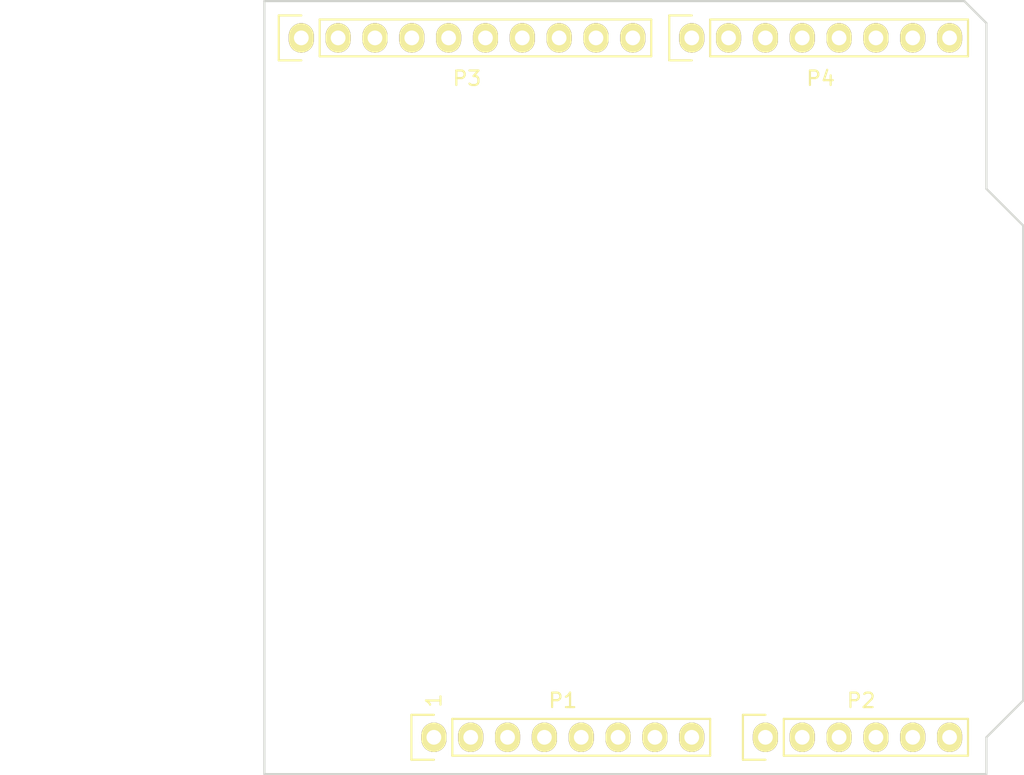
<source format=kicad_pcb>
(kicad_pcb (version 20171130) (host pcbnew "(5.1.5)-3")

  (general
    (thickness 1.6)
    (drawings 18)
    (tracks 0)
    (zones 0)
    (modules 4)
    (nets 29)
  )

  (page A4)
  (title_block
    (date "lun. 30 mars 2015")
  )

  (layers
    (0 F.Cu signal)
    (31 B.Cu signal)
    (32 B.Adhes user)
    (33 F.Adhes user)
    (34 B.Paste user)
    (35 F.Paste user)
    (36 B.SilkS user)
    (37 F.SilkS user)
    (38 B.Mask user)
    (39 F.Mask user)
    (40 Dwgs.User user)
    (41 Cmts.User user)
    (42 Eco1.User user)
    (43 Eco2.User user)
    (44 Edge.Cuts user)
    (45 Margin user)
    (46 B.CrtYd user)
    (47 F.CrtYd user)
    (48 B.Fab user)
    (49 F.Fab user)
  )

  (setup
    (last_trace_width 0.25)
    (trace_clearance 0.2)
    (zone_clearance 0.508)
    (zone_45_only no)
    (trace_min 0.2)
    (via_size 0.6)
    (via_drill 0.4)
    (via_min_size 0.4)
    (via_min_drill 0.3)
    (uvia_size 0.3)
    (uvia_drill 0.1)
    (uvias_allowed no)
    (uvia_min_size 0.2)
    (uvia_min_drill 0.1)
    (edge_width 0.15)
    (segment_width 0.15)
    (pcb_text_width 0.3)
    (pcb_text_size 1.5 1.5)
    (mod_edge_width 0.15)
    (mod_text_size 1 1)
    (mod_text_width 0.15)
    (pad_size 4.064 4.064)
    (pad_drill 3.048)
    (pad_to_mask_clearance 0)
    (aux_axis_origin 110.998 126.365)
    (grid_origin 110.998 126.365)
    (visible_elements 7FFFFFFF)
    (pcbplotparams
      (layerselection 0x00030_80000001)
      (usegerberextensions false)
      (usegerberattributes false)
      (usegerberadvancedattributes false)
      (creategerberjobfile false)
      (excludeedgelayer true)
      (linewidth 0.100000)
      (plotframeref false)
      (viasonmask false)
      (mode 1)
      (useauxorigin false)
      (hpglpennumber 1)
      (hpglpenspeed 20)
      (hpglpendiameter 15.000000)
      (psnegative false)
      (psa4output false)
      (plotreference true)
      (plotvalue true)
      (plotinvisibletext false)
      (padsonsilk false)
      (subtractmaskfromsilk false)
      (outputformat 1)
      (mirror false)
      (drillshape 1)
      (scaleselection 1)
      (outputdirectory ""))
  )

  (net 0 "")
  (net 1 /IOREF)
  (net 2 /Reset)
  (net 3 +5V)
  (net 4 GND)
  (net 5 /Vin)
  (net 6 /A0)
  (net 7 /A1)
  (net 8 /A2)
  (net 9 /A3)
  (net 10 /AREF)
  (net 11 "/A4(SDA)")
  (net 12 "/A5(SCL)")
  (net 13 "/9(**)")
  (net 14 /8)
  (net 15 /7)
  (net 16 "/6(**)")
  (net 17 "/5(**)")
  (net 18 /4)
  (net 19 "/3(**)")
  (net 20 /2)
  (net 21 "/1(Tx)")
  (net 22 "/0(Rx)")
  (net 23 "/13(SCK)")
  (net 24 "/10(**/SS)")
  (net 25 "Net-(P1-Pad1)")
  (net 26 +3V3)
  (net 27 "/12(MISO)")
  (net 28 "/11(**/MOSI)")

  (net_class Default "This is the default net class."
    (clearance 0.2)
    (trace_width 0.25)
    (via_dia 0.6)
    (via_drill 0.4)
    (uvia_dia 0.3)
    (uvia_drill 0.1)
    (add_net +3V3)
    (add_net +5V)
    (add_net "/0(Rx)")
    (add_net "/1(Tx)")
    (add_net "/10(**/SS)")
    (add_net "/11(**/MOSI)")
    (add_net "/12(MISO)")
    (add_net "/13(SCK)")
    (add_net /2)
    (add_net "/3(**)")
    (add_net /4)
    (add_net "/5(**)")
    (add_net "/6(**)")
    (add_net /7)
    (add_net /8)
    (add_net "/9(**)")
    (add_net /A0)
    (add_net /A1)
    (add_net /A2)
    (add_net /A3)
    (add_net "/A4(SDA)")
    (add_net "/A5(SCL)")
    (add_net /AREF)
    (add_net /IOREF)
    (add_net /Reset)
    (add_net /Vin)
    (add_net GND)
    (add_net "Net-(P1-Pad1)")
  )

  (module Socket_Arduino_Uno:Socket_Strip_Arduino_1x08 locked (layer F.Cu) (tedit 552168D2) (tstamp 551AF9EA)
    (at 138.938 123.825)
    (descr "Through hole socket strip")
    (tags "socket strip")
    (path /56D70129)
    (fp_text reference P1 (at 8.89 -2.54) (layer F.SilkS)
      (effects (font (size 1 1) (thickness 0.15)))
    )
    (fp_text value Power (at 8.89 -4.064) (layer F.Fab)
      (effects (font (size 1 1) (thickness 0.15)))
    )
    (fp_line (start -1.75 -1.75) (end -1.75 1.75) (layer F.CrtYd) (width 0.05))
    (fp_line (start 19.55 -1.75) (end 19.55 1.75) (layer F.CrtYd) (width 0.05))
    (fp_line (start -1.75 -1.75) (end 19.55 -1.75) (layer F.CrtYd) (width 0.05))
    (fp_line (start -1.75 1.75) (end 19.55 1.75) (layer F.CrtYd) (width 0.05))
    (fp_line (start 1.27 1.27) (end 19.05 1.27) (layer F.SilkS) (width 0.15))
    (fp_line (start 19.05 1.27) (end 19.05 -1.27) (layer F.SilkS) (width 0.15))
    (fp_line (start 19.05 -1.27) (end 1.27 -1.27) (layer F.SilkS) (width 0.15))
    (fp_line (start -1.55 1.55) (end 0 1.55) (layer F.SilkS) (width 0.15))
    (fp_line (start 1.27 1.27) (end 1.27 -1.27) (layer F.SilkS) (width 0.15))
    (fp_line (start 0 -1.55) (end -1.55 -1.55) (layer F.SilkS) (width 0.15))
    (fp_line (start -1.55 -1.55) (end -1.55 1.55) (layer F.SilkS) (width 0.15))
    (pad 1 thru_hole oval (at 0 0) (size 1.7272 2.032) (drill 1.016) (layers *.Cu *.Mask F.SilkS)
      (net 25 "Net-(P1-Pad1)"))
    (pad 2 thru_hole oval (at 2.54 0) (size 1.7272 2.032) (drill 1.016) (layers *.Cu *.Mask F.SilkS)
      (net 1 /IOREF))
    (pad 3 thru_hole oval (at 5.08 0) (size 1.7272 2.032) (drill 1.016) (layers *.Cu *.Mask F.SilkS)
      (net 2 /Reset))
    (pad 4 thru_hole oval (at 7.62 0) (size 1.7272 2.032) (drill 1.016) (layers *.Cu *.Mask F.SilkS)
      (net 26 +3V3))
    (pad 5 thru_hole oval (at 10.16 0) (size 1.7272 2.032) (drill 1.016) (layers *.Cu *.Mask F.SilkS)
      (net 3 +5V))
    (pad 6 thru_hole oval (at 12.7 0) (size 1.7272 2.032) (drill 1.016) (layers *.Cu *.Mask F.SilkS)
      (net 4 GND))
    (pad 7 thru_hole oval (at 15.24 0) (size 1.7272 2.032) (drill 1.016) (layers *.Cu *.Mask F.SilkS)
      (net 4 GND))
    (pad 8 thru_hole oval (at 17.78 0) (size 1.7272 2.032) (drill 1.016) (layers *.Cu *.Mask F.SilkS)
      (net 5 /Vin))
    (model ${KIPRJMOD}/Socket_Arduino_Uno.3dshapes/Socket_header_Arduino_1x08.wrl
      (offset (xyz 8.889999866485596 0 0))
      (scale (xyz 1 1 1))
      (rotate (xyz 0 0 180))
    )
  )

  (module Socket_Arduino_Uno:Socket_Strip_Arduino_1x06 locked (layer F.Cu) (tedit 552168D6) (tstamp 551AF9FF)
    (at 161.798 123.825)
    (descr "Through hole socket strip")
    (tags "socket strip")
    (path /56D70DD8)
    (fp_text reference P2 (at 6.604 -2.54) (layer F.SilkS)
      (effects (font (size 1 1) (thickness 0.15)))
    )
    (fp_text value Analog (at 6.604 -4.064) (layer F.Fab)
      (effects (font (size 1 1) (thickness 0.15)))
    )
    (fp_line (start -1.75 -1.75) (end -1.75 1.75) (layer F.CrtYd) (width 0.05))
    (fp_line (start 14.45 -1.75) (end 14.45 1.75) (layer F.CrtYd) (width 0.05))
    (fp_line (start -1.75 -1.75) (end 14.45 -1.75) (layer F.CrtYd) (width 0.05))
    (fp_line (start -1.75 1.75) (end 14.45 1.75) (layer F.CrtYd) (width 0.05))
    (fp_line (start 1.27 1.27) (end 13.97 1.27) (layer F.SilkS) (width 0.15))
    (fp_line (start 13.97 1.27) (end 13.97 -1.27) (layer F.SilkS) (width 0.15))
    (fp_line (start 13.97 -1.27) (end 1.27 -1.27) (layer F.SilkS) (width 0.15))
    (fp_line (start -1.55 1.55) (end 0 1.55) (layer F.SilkS) (width 0.15))
    (fp_line (start 1.27 1.27) (end 1.27 -1.27) (layer F.SilkS) (width 0.15))
    (fp_line (start 0 -1.55) (end -1.55 -1.55) (layer F.SilkS) (width 0.15))
    (fp_line (start -1.55 -1.55) (end -1.55 1.55) (layer F.SilkS) (width 0.15))
    (pad 1 thru_hole oval (at 0 0) (size 1.7272 2.032) (drill 1.016) (layers *.Cu *.Mask F.SilkS)
      (net 6 /A0))
    (pad 2 thru_hole oval (at 2.54 0) (size 1.7272 2.032) (drill 1.016) (layers *.Cu *.Mask F.SilkS)
      (net 7 /A1))
    (pad 3 thru_hole oval (at 5.08 0) (size 1.7272 2.032) (drill 1.016) (layers *.Cu *.Mask F.SilkS)
      (net 8 /A2))
    (pad 4 thru_hole oval (at 7.62 0) (size 1.7272 2.032) (drill 1.016) (layers *.Cu *.Mask F.SilkS)
      (net 9 /A3))
    (pad 5 thru_hole oval (at 10.16 0) (size 1.7272 2.032) (drill 1.016) (layers *.Cu *.Mask F.SilkS)
      (net 11 "/A4(SDA)"))
    (pad 6 thru_hole oval (at 12.7 0) (size 1.7272 2.032) (drill 1.016) (layers *.Cu *.Mask F.SilkS)
      (net 12 "/A5(SCL)"))
    (model ${KIPRJMOD}/Socket_Arduino_Uno.3dshapes/Socket_header_Arduino_1x06.wrl
      (offset (xyz 6.349999904632568 0 0))
      (scale (xyz 1 1 1))
      (rotate (xyz 0 0 180))
    )
  )

  (module Socket_Arduino_Uno:Socket_Strip_Arduino_1x10 locked (layer F.Cu) (tedit 552168BF) (tstamp 551AFA18)
    (at 129.794 75.565)
    (descr "Through hole socket strip")
    (tags "socket strip")
    (path /56D721E0)
    (fp_text reference P3 (at 11.43 2.794) (layer F.SilkS)
      (effects (font (size 1 1) (thickness 0.15)))
    )
    (fp_text value Digital (at 11.43 4.318) (layer F.Fab)
      (effects (font (size 1 1) (thickness 0.15)))
    )
    (fp_line (start -1.75 -1.75) (end -1.75 1.75) (layer F.CrtYd) (width 0.05))
    (fp_line (start 24.65 -1.75) (end 24.65 1.75) (layer F.CrtYd) (width 0.05))
    (fp_line (start -1.75 -1.75) (end 24.65 -1.75) (layer F.CrtYd) (width 0.05))
    (fp_line (start -1.75 1.75) (end 24.65 1.75) (layer F.CrtYd) (width 0.05))
    (fp_line (start 1.27 1.27) (end 24.13 1.27) (layer F.SilkS) (width 0.15))
    (fp_line (start 24.13 1.27) (end 24.13 -1.27) (layer F.SilkS) (width 0.15))
    (fp_line (start 24.13 -1.27) (end 1.27 -1.27) (layer F.SilkS) (width 0.15))
    (fp_line (start -1.55 1.55) (end 0 1.55) (layer F.SilkS) (width 0.15))
    (fp_line (start 1.27 1.27) (end 1.27 -1.27) (layer F.SilkS) (width 0.15))
    (fp_line (start 0 -1.55) (end -1.55 -1.55) (layer F.SilkS) (width 0.15))
    (fp_line (start -1.55 -1.55) (end -1.55 1.55) (layer F.SilkS) (width 0.15))
    (pad 1 thru_hole oval (at 0 0) (size 1.7272 2.032) (drill 1.016) (layers *.Cu *.Mask F.SilkS)
      (net 12 "/A5(SCL)"))
    (pad 2 thru_hole oval (at 2.54 0) (size 1.7272 2.032) (drill 1.016) (layers *.Cu *.Mask F.SilkS)
      (net 11 "/A4(SDA)"))
    (pad 3 thru_hole oval (at 5.08 0) (size 1.7272 2.032) (drill 1.016) (layers *.Cu *.Mask F.SilkS)
      (net 10 /AREF))
    (pad 4 thru_hole oval (at 7.62 0) (size 1.7272 2.032) (drill 1.016) (layers *.Cu *.Mask F.SilkS)
      (net 4 GND))
    (pad 5 thru_hole oval (at 10.16 0) (size 1.7272 2.032) (drill 1.016) (layers *.Cu *.Mask F.SilkS)
      (net 23 "/13(SCK)"))
    (pad 6 thru_hole oval (at 12.7 0) (size 1.7272 2.032) (drill 1.016) (layers *.Cu *.Mask F.SilkS)
      (net 27 "/12(MISO)"))
    (pad 7 thru_hole oval (at 15.24 0) (size 1.7272 2.032) (drill 1.016) (layers *.Cu *.Mask F.SilkS)
      (net 28 "/11(**/MOSI)"))
    (pad 8 thru_hole oval (at 17.78 0) (size 1.7272 2.032) (drill 1.016) (layers *.Cu *.Mask F.SilkS)
      (net 24 "/10(**/SS)"))
    (pad 9 thru_hole oval (at 20.32 0) (size 1.7272 2.032) (drill 1.016) (layers *.Cu *.Mask F.SilkS)
      (net 13 "/9(**)"))
    (pad 10 thru_hole oval (at 22.86 0) (size 1.7272 2.032) (drill 1.016) (layers *.Cu *.Mask F.SilkS)
      (net 14 /8))
    (model ${KIPRJMOD}/Socket_Arduino_Uno.3dshapes/Socket_header_Arduino_1x10.wrl
      (offset (xyz 11.42999982833862 0 0))
      (scale (xyz 1 1 1))
      (rotate (xyz 0 0 180))
    )
  )

  (module Socket_Arduino_Uno:Socket_Strip_Arduino_1x08 locked (layer F.Cu) (tedit 552168C7) (tstamp 551AFA2F)
    (at 156.718 75.565)
    (descr "Through hole socket strip")
    (tags "socket strip")
    (path /56D7164F)
    (fp_text reference P4 (at 8.89 2.794) (layer F.SilkS)
      (effects (font (size 1 1) (thickness 0.15)))
    )
    (fp_text value Digital (at 8.89 4.318) (layer F.Fab)
      (effects (font (size 1 1) (thickness 0.15)))
    )
    (fp_line (start -1.75 -1.75) (end -1.75 1.75) (layer F.CrtYd) (width 0.05))
    (fp_line (start 19.55 -1.75) (end 19.55 1.75) (layer F.CrtYd) (width 0.05))
    (fp_line (start -1.75 -1.75) (end 19.55 -1.75) (layer F.CrtYd) (width 0.05))
    (fp_line (start -1.75 1.75) (end 19.55 1.75) (layer F.CrtYd) (width 0.05))
    (fp_line (start 1.27 1.27) (end 19.05 1.27) (layer F.SilkS) (width 0.15))
    (fp_line (start 19.05 1.27) (end 19.05 -1.27) (layer F.SilkS) (width 0.15))
    (fp_line (start 19.05 -1.27) (end 1.27 -1.27) (layer F.SilkS) (width 0.15))
    (fp_line (start -1.55 1.55) (end 0 1.55) (layer F.SilkS) (width 0.15))
    (fp_line (start 1.27 1.27) (end 1.27 -1.27) (layer F.SilkS) (width 0.15))
    (fp_line (start 0 -1.55) (end -1.55 -1.55) (layer F.SilkS) (width 0.15))
    (fp_line (start -1.55 -1.55) (end -1.55 1.55) (layer F.SilkS) (width 0.15))
    (pad 1 thru_hole oval (at 0 0) (size 1.7272 2.032) (drill 1.016) (layers *.Cu *.Mask F.SilkS)
      (net 15 /7))
    (pad 2 thru_hole oval (at 2.54 0) (size 1.7272 2.032) (drill 1.016) (layers *.Cu *.Mask F.SilkS)
      (net 16 "/6(**)"))
    (pad 3 thru_hole oval (at 5.08 0) (size 1.7272 2.032) (drill 1.016) (layers *.Cu *.Mask F.SilkS)
      (net 17 "/5(**)"))
    (pad 4 thru_hole oval (at 7.62 0) (size 1.7272 2.032) (drill 1.016) (layers *.Cu *.Mask F.SilkS)
      (net 18 /4))
    (pad 5 thru_hole oval (at 10.16 0) (size 1.7272 2.032) (drill 1.016) (layers *.Cu *.Mask F.SilkS)
      (net 19 "/3(**)"))
    (pad 6 thru_hole oval (at 12.7 0) (size 1.7272 2.032) (drill 1.016) (layers *.Cu *.Mask F.SilkS)
      (net 20 /2))
    (pad 7 thru_hole oval (at 15.24 0) (size 1.7272 2.032) (drill 1.016) (layers *.Cu *.Mask F.SilkS)
      (net 21 "/1(Tx)"))
    (pad 8 thru_hole oval (at 17.78 0) (size 1.7272 2.032) (drill 1.016) (layers *.Cu *.Mask F.SilkS)
      (net 22 "/0(Rx)"))
    (model ${KIPRJMOD}/Socket_Arduino_Uno.3dshapes/Socket_header_Arduino_1x08.wrl
      (offset (xyz 8.889999866485596 0 0))
      (scale (xyz 1 1 1))
      (rotate (xyz 0 0 180))
    )
  )

  (gr_line (start 173.355 94.615) (end 178.435 94.615) (angle 90) (layer Dwgs.User) (width 0.15))
  (gr_line (start 127.248 126.365) (end 177.038 126.365) (layer Edge.Cuts) (width 0.15) (tstamp 601C746D))
  (gr_line (start 175.514 73.025) (end 127.248 73.025) (layer Edge.Cuts) (width 0.15) (tstamp 601C746B))
  (gr_line (start 127.248 73.025) (end 127.248 126.365) (angle 90) (layer Edge.Cuts) (width 0.15))
  (gr_text 1 (at 138.938 121.285 90) (layer F.SilkS)
    (effects (font (size 1 1) (thickness 0.15)))
  )
  (gr_line (start 177.038 74.549) (end 175.514 73.025) (angle 90) (layer Edge.Cuts) (width 0.15))
  (gr_line (start 177.038 85.979) (end 177.038 74.549) (angle 90) (layer Edge.Cuts) (width 0.15))
  (gr_line (start 179.578 88.519) (end 177.038 85.979) (angle 90) (layer Edge.Cuts) (width 0.15))
  (gr_line (start 179.578 121.285) (end 179.578 88.519) (angle 90) (layer Edge.Cuts) (width 0.15))
  (gr_line (start 177.038 123.825) (end 179.578 121.285) (angle 90) (layer Edge.Cuts) (width 0.15))
  (gr_line (start 177.038 126.365) (end 177.038 123.825) (angle 90) (layer Edge.Cuts) (width 0.15))
  (gr_line (start 173.355 102.235) (end 173.355 94.615) (angle 90) (layer Dwgs.User) (width 0.15))
  (gr_line (start 178.435 102.235) (end 173.355 102.235) (angle 90) (layer Dwgs.User) (width 0.15))
  (gr_line (start 178.435 94.615) (end 178.435 102.235) (angle 90) (layer Dwgs.User) (width 0.15))
  (gr_line (start 109.093 123.19) (end 109.093 114.3) (angle 90) (layer Dwgs.User) (width 0.15))
  (gr_line (start 122.428 123.19) (end 109.093 123.19) (angle 90) (layer Dwgs.User) (width 0.15))
  (gr_line (start 122.428 114.3) (end 122.428 123.19) (angle 90) (layer Dwgs.User) (width 0.15))
  (gr_line (start 109.093 114.3) (end 122.428 114.3) (angle 90) (layer Dwgs.User) (width 0.15))

)

</source>
